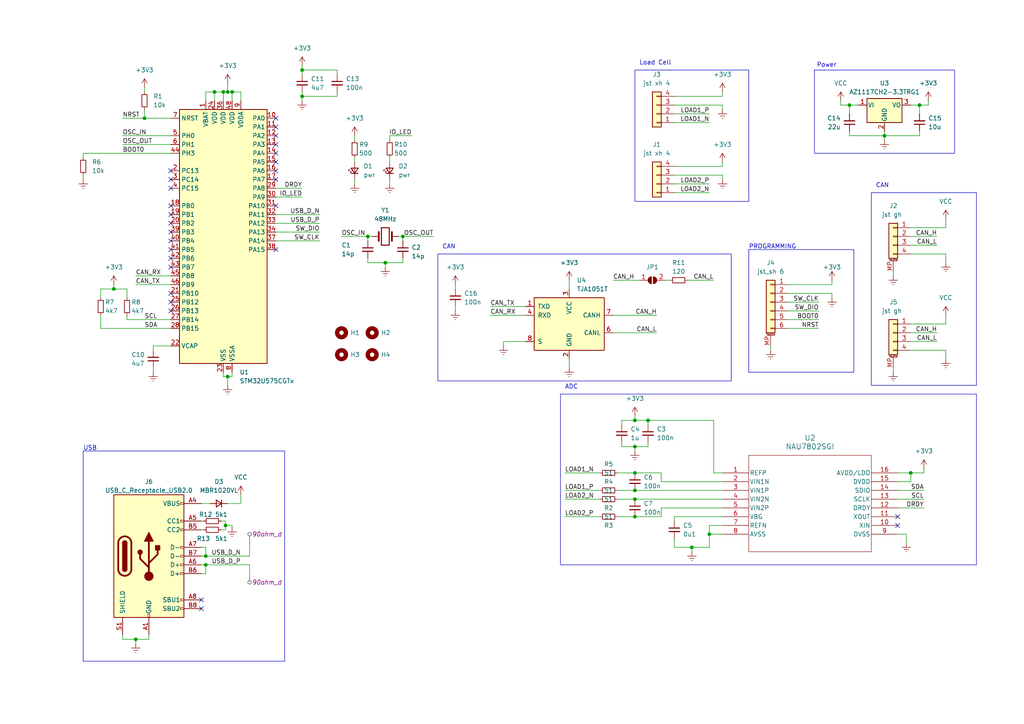
<source format=kicad_sch>
(kicad_sch (version 20230121) (generator eeschema)
  (paper "A4")
  (lib_symbols
    (symbol "+3V3_11" (power) (pin_names (offset 0))
      (property "Value" "+3V3_11" (at 0 3.556 0))
      (symbol "+3V3_11_1_1"
        (pin power_in line (at 0 0 90) (length 0) hide (name "+3V3") (number "1"))
      )
    )
    (symbol "Connector:USB_C_Receptacle_USB2.0" (pin_names (offset 1.016))
      (property "Reference" "J" (at -10.16 19.05 0))
      (property "Value" "USB_C_Receptacle_USB2.0" (at 19.05 19.05 0))
      (symbol "USB_C_Receptacle_USB2.0_1_1"
        (pin passive line (at 0 -22.86 90) (length 5.08) (name "GND") (number "A1"))
        (pin passive line (at 0 -22.86 90) (length 5.08) hide (name "GND") (number "A12"))
        (pin passive line (at 15.24 15.24 180) (length 5.08) (name "VBUS") (number "A4"))
        (pin bidirectional line (at 15.24 10.16 180) (length 5.08) (name "CC1") (number "A5"))
        (pin bidirectional line (at 15.24 -2.54 180) (length 5.08) (name "D+") (number "A6"))
        (pin bidirectional line (at 15.24 2.54 180) (length 5.08) (name "D-") (number "A7"))
        (pin bidirectional line (at 15.24 -12.7 180) (length 5.08) (name "SBU1") (number "A8"))
        (pin passive line (at 15.24 15.24 180) (length 5.08) hide (name "VBUS") (number "A9"))
        (pin passive line (at 0 -22.86 90) (length 5.08) hide (name "GND") (number "B1"))
        (pin passive line (at 0 -22.86 90) (length 5.08) hide (name "GND") (number "B12"))
        (pin passive line (at 15.24 15.24 180) (length 5.08) hide (name "VBUS") (number "B4"))
        (pin bidirectional line (at 15.24 7.62 180) (length 5.08) (name "CC2") (number "B5"))
        (pin bidirectional line (at 15.24 -5.08 180) (length 5.08) (name "D+") (number "B6"))
        (pin bidirectional line (at 15.24 0 180) (length 5.08) (name "D-") (number "B7"))
        (pin bidirectional line (at 15.24 -15.24 180) (length 5.08) (name "SBU2") (number "B8"))
        (pin passive line (at 15.24 15.24 180) (length 5.08) hide (name "VBUS") (number "B9"))
        (pin passive line (at -7.62 -22.86 90) (length 5.08) (name "SHIELD") (number "S1"))
      )
    )
    (symbol "Connector_Generic:Conn_01x04" (pin_names (offset 1.016) hide)
      (property "Reference" "J" (at 0 5.08 0))
      (property "Value" "Conn_01x04" (at 0 -7.62 0))
      (symbol "Conn_01x04_1_1"
        (pin passive line (at -5.08 2.54 0) (length 3.81) (name "Pin_1") (number "1"))
        (pin passive line (at -5.08 0 0) (length 3.81) (name "Pin_2") (number "2"))
        (pin passive line (at -5.08 -2.54 0) (length 3.81) (name "Pin_3") (number "3"))
        (pin passive line (at -5.08 -5.08 0) (length 3.81) (name "Pin_4") (number "4"))
      )
    )
    (symbol "Connector_Generic_MountingPin:Conn_01x04_MountingPin" (pin_names (offset 1.016) hide)
      (property "Reference" "J" (at 0 5.08 0))
      (property "Value" "Conn_01x04_MountingPin" (at 1.27 -7.62 0))
      (symbol "Conn_01x04_MountingPin_1_1"
        (text "Mounting" (at 0 -6.731 0) (effects (font (size 0.381 0.381))))
        (pin passive line (at -5.08 2.54 0) (length 3.81) (name "Pin_1") (number "1"))
        (pin passive line (at -5.08 0 0) (length 3.81) (name "Pin_2") (number "2"))
        (pin passive line (at -5.08 -2.54 0) (length 3.81) (name "Pin_3") (number "3"))
        (pin passive line (at -5.08 -5.08 0) (length 3.81) (name "Pin_4") (number "4"))
        (pin passive line (at 0 -10.16 90) (length 3.048) (name "MountPin") (number "MP"))
      )
    )
    (symbol "Connector_Generic_MountingPin:Conn_01x06_MountingPin" (pin_names (offset 1.016) hide)
      (property "Reference" "J" (at 0 7.62 0))
      (property "Value" "Conn_01x06_MountingPin" (at 1.27 -10.16 0))
      (symbol "Conn_01x06_MountingPin_1_1"
        (text "Mounting" (at 0 -9.271 0) (effects (font (size 0.381 0.381))))
        (pin passive line (at -5.08 5.08 0) (length 3.81) (name "Pin_1") (number "1"))
        (pin passive line (at -5.08 2.54 0) (length 3.81) (name "Pin_2") (number "2"))
        (pin passive line (at -5.08 0 0) (length 3.81) (name "Pin_3") (number "3"))
        (pin passive line (at -5.08 -2.54 0) (length 3.81) (name "Pin_4") (number "4"))
        (pin passive line (at -5.08 -5.08 0) (length 3.81) (name "Pin_5") (number "5"))
        (pin passive line (at -5.08 -7.62 0) (length 3.81) (name "Pin_6") (number "6"))
        (pin passive line (at 0 -12.7 90) (length 3.048) (name "MountPin") (number "MP"))
      )
    )
    (symbol "Device:C_Small" (pin_numbers hide) (pin_names (offset 0.254) hide)
      (property "Reference" "C" (at 0.254 1.778 0))
      (property "Value" "C_Small" (at 0.254 -2.032 0))
      (symbol "C_Small_1_1"
        (pin passive line (at 0 2.54 270) (length 2.032) (name "~") (number "1"))
        (pin passive line (at 0 -2.54 90) (length 2.032) (name "~") (number "2"))
      )
    )
    (symbol "Device:Crystal" (pin_numbers hide) (pin_names (offset 1.016) hide)
      (property "Reference" "Y" (at 0 3.81 0))
      (property "Value" "Crystal" (at 0 -3.81 0))
      (symbol "Crystal_1_1"
        (pin passive line (at -3.81 0 0) (length 1.27) (name "1") (number "1"))
        (pin passive line (at 3.81 0 180) (length 1.27) (name "2") (number "2"))
      )
    )
    (symbol "Device:D_Small" (pin_numbers hide) (pin_names (offset 0.254) hide)
      (property "Reference" "D" (at -1.27 2.032 0))
      (property "Value" "D_Small" (at -3.81 -2.032 0))
      (symbol "D_Small_1_1"
        (pin passive line (at -2.54 0 0) (length 1.778) (name "K") (number "1"))
        (pin passive line (at 2.54 0 180) (length 1.778) (name "A") (number "2"))
      )
    )
    (symbol "Device:LED_Small" (pin_numbers hide) (pin_names (offset 0.254) hide)
      (property "Reference" "D" (at -1.27 3.175 0))
      (property "Value" "LED_Small" (at -4.445 -2.54 0))
      (symbol "LED_Small_1_1"
        (pin passive line (at -2.54 0 0) (length 1.778) (name "K") (number "1"))
        (pin passive line (at 2.54 0 180) (length 1.778) (name "A") (number "2"))
      )
    )
    (symbol "Device:R_Small" (pin_numbers hide) (pin_names (offset 0.254) hide)
      (property "Reference" "R" (at 0.762 0.508 0))
      (property "Value" "R_Small" (at 0.762 -1.016 0))
      (symbol "R_Small_1_1"
        (pin passive line (at 0 2.54 270) (length 0.762) (name "~") (number "1"))
        (pin passive line (at 0 -2.54 90) (length 0.762) (name "~") (number "2"))
      )
    )
    (symbol "Earth_11" (power) (pin_names (offset 0))
      (symbol "Earth_11_1_1"
        (pin power_in line (at 0 0 270) (length 0) hide (name "Earth") (number "1"))
      )
    )
    (symbol "Earth_12" (power) (pin_names (offset 0))
      (symbol "Earth_12_1_1"
        (pin power_in line (at 0 0 270) (length 0) hide (name "Earth") (number "1"))
      )
    )
    (symbol "Earth_14" (power) (pin_names (offset 0))
      (symbol "Earth_14_1_1"
        (pin power_in line (at 0 0 270) (length 0) hide (name "Earth") (number "1"))
      )
    )
    (symbol "Earth_18" (power) (pin_names (offset 0))
      (symbol "Earth_18_1_1"
        (pin power_in line (at 0 0 270) (length 0) hide (name "Earth") (number "1"))
      )
    )
    (symbol "Earth_21" (power) (pin_names (offset 0))
      (symbol "Earth_21_1_1"
        (pin power_in line (at 0 0 270) (length 0) hide (name "Earth") (number "1"))
      )
    )
    (symbol "Earth_24" (power) (pin_names (offset 0))
      (symbol "Earth_24_1_1"
        (pin power_in line (at 0 0 270) (length 0) hide (name "Earth") (number "1"))
      )
    )
    (symbol "Interface_CAN_LIN:TJA1051T" (pin_names (offset 1.016))
      (property "Reference" "U" (at -10.16 8.89 0))
      (property "Value" "TJA1051T" (at 1.27 8.89 0))
      (symbol "TJA1051T_1_1"
        (pin input line (at -12.7 5.08 0) (length 2.54) (name "TXD") (number "1"))
        (pin power_in line (at 0 -10.16 90) (length 2.54) (name "GND") (number "2"))
        (pin power_in line (at 0 10.16 270) (length 2.54) (name "VCC") (number "3"))
        (pin output line (at -12.7 2.54 0) (length 2.54) (name "RXD") (number "4"))
        (pin no_connect line (at -10.16 -2.54 0) (length 2.54) hide (name "NC") (number "5"))
        (pin bidirectional line (at 12.7 -2.54 180) (length 2.54) (name "CANL") (number "6"))
        (pin bidirectional line (at 12.7 2.54 180) (length 2.54) (name "CANH") (number "7"))
        (pin input line (at -12.7 -5.08 0) (length 2.54) (name "S") (number "8"))
      )
    )
    (symbol "Jumper:SolderJumper_2_Open" (pin_names (offset 0) hide)
      (property "Reference" "JP" (at 0 2.032 0))
      (property "Value" "SolderJumper_2_Open" (at 0 -2.54 0))
      (symbol "SolderJumper_2_Open_1_1"
        (pin passive line (at -3.81 0 0) (length 2.54) (name "A") (number "1"))
        (pin passive line (at 3.81 0 180) (length 2.54) (name "B") (number "2"))
      )
    )
    (symbol "MCU_ST_STM32U5:STM32U575CGTx"
      (property "Reference" "U" (at -12.7 39.37 0))
      (property "Value" "STM32U575CGTx" (at 7.62 39.37 0))
      (symbol "STM32U575CGTx_1_1"
        (pin power_in line (at -5.08 40.64 270) (length 2.54) (name "VBAT") (number "1"))
        (pin bidirectional line (at 15.24 35.56 180) (length 2.54) (name "PA0") (number "10"))
        (pin bidirectional line (at 15.24 33.02 180) (length 2.54) (name "PA1") (number "11"))
        (pin bidirectional line (at 15.24 30.48 180) (length 2.54) (name "PA2") (number "12"))
        (pin bidirectional line (at 15.24 27.94 180) (length 2.54) (name "PA3") (number "13"))
        (pin bidirectional line (at 15.24 25.4 180) (length 2.54) (name "PA4") (number "14"))
        (pin bidirectional line (at 15.24 22.86 180) (length 2.54) (name "PA5") (number "15"))
        (pin bidirectional line (at 15.24 20.32 180) (length 2.54) (name "PA6") (number "16"))
        (pin bidirectional line (at 15.24 17.78 180) (length 2.54) (name "PA7") (number "17"))
        (pin bidirectional line (at -15.24 10.16 0) (length 2.54) (name "PB0") (number "18"))
        (pin bidirectional line (at -15.24 7.62 0) (length 2.54) (name "PB1") (number "19"))
        (pin bidirectional line (at -15.24 20.32 0) (length 2.54) (name "PC13") (number "2"))
        (pin bidirectional line (at -15.24 5.08 0) (length 2.54) (name "PB2") (number "20"))
        (pin bidirectional line (at -15.24 -15.24 0) (length 2.54) (name "PB10") (number "21"))
        (pin power_out line (at -15.24 -30.48 0) (length 2.54) (name "VCAP") (number "22"))
        (pin power_in line (at 0 -38.1 90) (length 2.54) (name "VSS") (number "23"))
        (pin power_in line (at -2.54 40.64 270) (length 2.54) (name "VDD") (number "24"))
        (pin bidirectional line (at -15.24 -17.78 0) (length 2.54) (name "PB12") (number "25"))
        (pin bidirectional line (at -15.24 -20.32 0) (length 2.54) (name "PB13") (number "26"))
        (pin bidirectional line (at -15.24 -22.86 0) (length 2.54) (name "PB14") (number "27"))
        (pin bidirectional line (at -15.24 -25.4 0) (length 2.54) (name "PB15") (number "28"))
        (pin bidirectional line (at 15.24 15.24 180) (length 2.54) (name "PA8") (number "29"))
        (pin bidirectional line (at -15.24 17.78 0) (length 2.54) (name "PC14") (number "3"))
        (pin bidirectional line (at 15.24 12.7 180) (length 2.54) (name "PA9") (number "30"))
        (pin bidirectional line (at 15.24 10.16 180) (length 2.54) (name "PA10") (number "31"))
        (pin bidirectional line (at 15.24 7.62 180) (length 2.54) (name "PA11") (number "32"))
        (pin bidirectional line (at 15.24 5.08 180) (length 2.54) (name "PA12") (number "33"))
        (pin bidirectional line (at 15.24 2.54 180) (length 2.54) (name "PA13") (number "34"))
        (pin passive line (at 0 -38.1 90) (length 2.54) hide (name "VSS") (number "35"))
        (pin power_in line (at 0 40.64 270) (length 2.54) (name "VDD") (number "36"))
        (pin bidirectional line (at 15.24 0 180) (length 2.54) (name "PA14") (number "37"))
        (pin bidirectional line (at 15.24 -2.54 180) (length 2.54) (name "PA15") (number "38"))
        (pin bidirectional line (at -15.24 2.54 0) (length 2.54) (name "PB3") (number "39"))
        (pin bidirectional line (at -15.24 15.24 0) (length 2.54) (name "PC15") (number "4"))
        (pin bidirectional line (at -15.24 0 0) (length 2.54) (name "PB4") (number "40"))
        (pin bidirectional line (at -15.24 -2.54 0) (length 2.54) (name "PB5") (number "41"))
        (pin bidirectional line (at -15.24 -5.08 0) (length 2.54) (name "PB6") (number "42"))
        (pin bidirectional line (at -15.24 -7.62 0) (length 2.54) (name "PB7") (number "43"))
        (pin bidirectional line (at -15.24 25.4 0) (length 2.54) (name "PH3") (number "44"))
        (pin bidirectional line (at -15.24 -10.16 0) (length 2.54) (name "PB8") (number "45"))
        (pin bidirectional line (at -15.24 -12.7 0) (length 2.54) (name "PB9") (number "46"))
        (pin passive line (at 0 -38.1 90) (length 2.54) hide (name "VSS") (number "47"))
        (pin power_in line (at 2.54 40.64 270) (length 2.54) (name "VDD") (number "48"))
        (pin bidirectional line (at -15.24 30.48 0) (length 2.54) (name "PH0") (number "5"))
        (pin bidirectional line (at -15.24 27.94 0) (length 2.54) (name "PH1") (number "6"))
        (pin input line (at -15.24 35.56 0) (length 2.54) (name "NRST") (number "7"))
        (pin power_in line (at 2.54 -38.1 90) (length 2.54) (name "VSSA") (number "8"))
        (pin power_in line (at 5.08 40.64 270) (length 2.54) (name "VDDA") (number "9"))
      )
    )
    (symbol "Mechanical:MountingHole" (pin_names (offset 1.016))
      (property "Reference" "H" (at 0 5.08 0))
      (property "Value" "MountingHole" (at 0 3.175 0))
    )
    (symbol "NAU7802SGI:NAU7802SGI" (pin_names (offset 0.254))
      (property "Reference" "U" (at 25.4 10.16 0))
      (property "Value" "NAU7802SGI" (at 25.4 7.62 0))
      (symbol "NAU7802SGI_0_1"
        (pin unspecified line (at 0 0 0) (length 7.62) (name "REFP") (number "1"))
        (pin unspecified line (at 50.8 -15.24 180) (length 7.62) (name "XIN") (number "10"))
        (pin output line (at 50.8 -12.7 180) (length 7.62) (name "XOUT") (number "11"))
        (pin unspecified line (at 50.8 -10.16 180) (length 7.62) (name "DRDY") (number "12"))
        (pin unspecified line (at 50.8 -7.62 180) (length 7.62) (name "SCLK") (number "13"))
        (pin unspecified line (at 50.8 -5.08 180) (length 7.62) (name "SDIO") (number "14"))
        (pin power_in line (at 50.8 -2.54 180) (length 7.62) (name "DVDD") (number "15"))
        (pin power_in line (at 50.8 0 180) (length 7.62) (name "AVDD/LDO") (number "16"))
        (pin input line (at 0 -2.54 0) (length 7.62) (name "VIN1N") (number "2"))
        (pin input line (at 0 -5.08 0) (length 7.62) (name "VIN1P") (number "3"))
        (pin input line (at 0 -7.62 0) (length 7.62) (name "VIN2N") (number "4"))
        (pin input line (at 0 -10.16 0) (length 7.62) (name "VIN2P") (number "5"))
        (pin unspecified line (at 0 -12.7 0) (length 7.62) (name "VBG") (number "6"))
        (pin unspecified line (at 0 -15.24 0) (length 7.62) (name "REFN") (number "7"))
        (pin power_out line (at 0 -17.78 0) (length 7.62) (name "AVSS") (number "8"))
        (pin power_out line (at 50.8 -17.78 180) (length 7.62) (name "DVSS") (number "9"))
      )
    )
    (symbol "Regulator_Linear:LM2936-3.3" (pin_names (offset 0.254))
      (property "Reference" "U" (at -3.81 3.175 0))
      (property "Value" "LM2936-3.3" (at 0 3.175 0))
      (symbol "LM2936-3.3_1_1"
        (pin power_in line (at -7.62 0 0) (length 2.54) (name "VI") (number "1"))
        (pin power_in line (at 0 -7.62 90) (length 2.54) (name "GND") (number "2"))
        (pin power_out line (at 7.62 0 180) (length 2.54) (name "VO") (number "3"))
      )
    )
    (symbol "power:+3V3" (power) (pin_names (offset 0))
      (property "Value" "+3V3" (at 0 3.556 0))
      (symbol "+3V3_1_1"
        (pin power_in line (at 0 0 90) (length 0) hide (name "+3V3") (number "1"))
      )
    )
    (symbol "power:Earth" (power) (pin_names (offset 0))
      (symbol "Earth_1_1"
        (pin power_in line (at 0 0 270) (length 0) hide (name "Earth") (number "1"))
      )
    )
    (symbol "power:VCC" (power) (pin_names (offset 0))
      (property "Value" "VCC" (at 0 3.81 0))
      (symbol "VCC_1_1"
        (pin power_in line (at 0 0 90) (length 0) hide (name "VCC") (number "1"))
      )
    )
  )
  (junction (at 200.66 158.75))
  (junction (at 39.37 185.42))
  (junction (at 87.63 20.32))
  (junction (at 205.74 154.94))
  (junction (at 66.04 109.22))
  (junction (at 184.15 129.54))
  (junction (at 66.04 26.67))
  (junction (at 67.31 26.67))
  (junction (at 62.23 26.67))
  (junction (at 187.96 121.92))
  (junction (at 87.63 27.94))
  (junction (at 59.69 163.83))
  (junction (at 116.84 68.58))
  (junction (at 64.77 26.67))
  (junction (at 184.15 142.24))
  (junction (at 184.15 144.78))
  (junction (at 256.54 39.37))
  (junction (at 266.7 30.48))
  (junction (at 59.69 161.29))
  (junction (at 264.16 137.16))
  (junction (at 246.38 30.48))
  (junction (at 106.68 68.58))
  (junction (at 111.76 76.2))
  (junction (at 184.15 149.86))
  (junction (at 184.15 137.16))
  (junction (at 33.02 83.82))
  (junction (at 184.15 121.92))
  (junction (at 65.405 152.4))
  (junction (at 41.91 34.29))
  (no_connect (at 58.42 176.53))
  (no_connect (at 80.01 72.39))
  (no_connect (at 260.35 149.86))
  (no_connect (at 49.53 54.61))
  (no_connect (at 49.53 59.69))
  (no_connect (at 49.53 74.93))
  (no_connect (at 49.53 64.77))
  (no_connect (at 80.01 34.29))
  (no_connect (at 49.53 90.17))
  (no_connect (at 49.53 77.47))
  (no_connect (at 49.53 67.31))
  (no_connect (at 80.01 59.69))
  (no_connect (at 260.35 152.4))
  (no_connect (at 49.53 87.63))
  (no_connect (at 80.01 36.83))
  (no_connect (at 49.53 69.85))
  (no_connect (at 80.01 52.07))
  (no_connect (at 80.01 41.91))
  (no_connect (at 58.42 173.99))
  (no_connect (at 80.01 46.99))
  (no_connect (at 49.53 72.39))
  (no_connect (at 80.01 39.37))
  (no_connect (at 80.01 49.53))
  (no_connect (at 49.53 62.23))
  (no_connect (at 49.53 85.09))
  (no_connect (at 49.53 49.53))
  (no_connect (at 49.53 52.07))
  (no_connect (at 80.01 44.45))
  (wire (pts (xy 41.91 25.4) (xy 41.91 26.67)))
  (wire (pts (xy 87.63 19.05) (xy 87.63 20.32)))
  (wire (pts (xy 195.58 35.56) (xy 205.74 35.56)))
  (wire (pts (xy 58.42 163.83) (xy 59.69 163.83)))
  (wire (pts (xy 165.1 81.28) (xy 165.1 83.82)))
  (wire (pts (xy 163.83 137.16) (xy 173.99 137.16)))
  (wire (pts (xy 64.77 26.67) (xy 62.23 26.67)))
  (wire (pts (xy 66.04 109.22) (xy 67.31 109.22)))
  (wire (pts (xy 267.97 137.16) (xy 264.16 137.16)))
  (wire (pts (xy 165.1 104.14) (xy 165.1 106.68)))
  (wire (pts (xy 193.04 81.28) (xy 194.31 81.28)))
  (wire (pts (xy 66.04 109.22) (xy 66.04 111.76)))
  (wire (pts (xy 264.16 73.66) (xy 274.32 73.66)))
  (wire (pts (xy 177.8 81.28) (xy 185.42 81.28)))
  (wire (pts (xy 177.8 96.52) (xy 190.5 96.52)))
  (wire (pts (xy 39.37 80.01) (xy 49.53 80.01)))
  (wire (pts (xy 142.24 88.9) (xy 152.4 88.9)))
  (wire (pts (xy 209.55 137.16) (xy 207.01 137.16)))
  (wire (pts (xy 163.83 149.86) (xy 173.99 149.86)))
  (wire (pts (xy 256.54 39.37) (xy 266.7 39.37)))
  (wire (pts (xy 266.7 39.37) (xy 266.7 38.1)))
  (wire (pts (xy 246.38 30.48) (xy 243.84 30.48)))
  (wire (pts (xy 113.03 39.37) (xy 113.03 40.64)))
  (wire (pts (xy 39.37 82.55) (xy 49.53 82.55)))
  (wire (pts (xy 209.55 50.8) (xy 209.55 52.07)))
  (wire (pts (xy 80.01 64.77) (xy 92.71 64.77)))
  (wire (pts (xy 58.42 166.37) (xy 59.69 166.37)))
  (wire (pts (xy 256.54 39.37) (xy 256.54 40.64)))
  (wire (pts (xy 65.405 152.4) (xy 67.31 152.4)))
  (wire (pts (xy 184.15 120.65) (xy 184.15 121.92)))
  (wire (pts (xy 24.13 44.45) (xy 24.13 45.72)))
  (wire (pts (xy 260.35 139.7) (xy 264.16 139.7)))
  (wire (pts (xy 195.58 156.21) (xy 195.58 158.75)))
  (wire (pts (xy 64.135 153.67) (xy 65.405 153.67)))
  (wire (pts (xy 191.77 139.7) (xy 191.77 137.16)))
  (wire (pts (xy 132.08 82.55) (xy 132.08 83.82)))
  (wire (pts (xy 87.63 54.61) (xy 80.01 54.61)))
  (wire (pts (xy 116.84 68.58) (xy 125.73 68.58)))
  (wire (pts (xy 142.24 91.44) (xy 152.4 91.44)))
  (wire (pts (xy 195.58 55.88) (xy 205.74 55.88)))
  (wire (pts (xy 241.3 81.28) (xy 241.3 82.55)))
  (wire (pts (xy 39.37 185.42) (xy 39.37 186.69)))
  (wire (pts (xy 59.69 29.21) (xy 59.69 26.67)))
  (wire (pts (xy 69.85 146.05) (xy 69.85 143.51)))
  (wire (pts (xy 152.4 99.06) (xy 146.05 99.06)))
  (wire (pts (xy 102.87 39.37) (xy 102.87 40.64)))
  (wire (pts (xy 228.6 82.55) (xy 241.3 82.55)))
  (wire (pts (xy 163.83 142.24) (xy 173.99 142.24)))
  (wire (pts (xy 80.01 57.15) (xy 87.63 57.15)))
  (wire (pts (xy 260.35 154.94) (xy 262.89 154.94)))
  (wire (pts (xy 180.34 129.54) (xy 184.15 129.54)))
  (wire (pts (xy 248.92 30.48) (xy 246.38 30.48)))
  (wire (pts (xy 116.84 76.2) (xy 116.84 74.93)))
  (wire (pts (xy 195.58 48.26) (xy 209.55 48.26)))
  (wire (pts (xy 72.39 157.48) (xy 72.39 161.29)))
  (wire (pts (xy 228.6 90.17) (xy 237.49 90.17)))
  (wire (pts (xy 59.69 166.37) (xy 59.69 163.83)))
  (wire (pts (xy 184.15 144.78) (xy 209.55 144.78)))
  (wire (pts (xy 179.07 142.24) (xy 184.15 142.24)))
  (polyline (pts (xy 217.17 72.39) (xy 247.65 72.39)))
  (wire (pts (xy 199.39 81.28) (xy 207.01 81.28)))
  (wire (pts (xy 59.69 161.29) (xy 72.39 161.29)))
  (wire (pts (xy 264.16 71.12) (xy 271.78 71.12)))
  (polyline (pts (xy 247.65 107.95) (xy 217.17 107.95)))
  (wire (pts (xy 35.56 184.15) (xy 35.56 185.42)))
  (wire (pts (xy 187.96 129.54) (xy 187.96 128.27)))
  (wire (pts (xy 66.04 26.67) (xy 64.77 26.67)))
  (wire (pts (xy 264.16 30.48) (xy 266.7 30.48)))
  (wire (pts (xy 195.58 33.02) (xy 205.74 33.02)))
  (wire (pts (xy 69.85 29.21) (xy 69.85 26.67)))
  (wire (pts (xy 87.63 20.32) (xy 87.63 21.59)))
  (wire (pts (xy 184.15 149.86) (xy 191.77 149.86)))
  (wire (pts (xy 41.91 34.29) (xy 49.53 34.29)))
  (wire (pts (xy 195.58 53.34) (xy 205.74 53.34)))
  (wire (pts (xy 113.03 45.72) (xy 113.03 46.99)))
  (wire (pts (xy 228.6 85.09) (xy 241.3 85.09)))
  (wire (pts (xy 177.8 91.44) (xy 190.5 91.44)))
  (wire (pts (xy 62.23 26.67) (xy 62.23 29.21)))
  (wire (pts (xy 260.35 144.78) (xy 267.97 144.78)))
  (wire (pts (xy 228.6 92.71) (xy 237.49 92.71)))
  (wire (pts (xy 191.77 149.86) (xy 191.77 147.32)))
  (wire (pts (xy 29.21 83.82) (xy 33.02 83.82)))
  (wire (pts (xy 87.63 27.94) (xy 87.63 29.21)))
  (wire (pts (xy 58.42 146.05) (xy 60.96 146.05)))
  (wire (pts (xy 115.57 68.58) (xy 116.84 68.58)))
  (wire (pts (xy 41.91 31.75) (xy 41.91 34.29)))
  (wire (pts (xy 59.69 26.67) (xy 62.23 26.67)))
  (wire (pts (xy 179.07 149.86) (xy 184.15 149.86)))
  (polyline (pts (xy 247.65 72.39) (xy 247.65 107.95)))
  (wire (pts (xy 69.85 26.67) (xy 67.31 26.67)))
  (wire (pts (xy 184.15 129.54) (xy 187.96 129.54)))
  (wire (pts (xy 35.56 39.37) (xy 49.53 39.37)))
  (wire (pts (xy 67.31 26.67) (xy 67.31 29.21)))
  (wire (pts (xy 59.69 161.29) (xy 59.69 158.75)))
  (wire (pts (xy 163.83 144.78) (xy 173.99 144.78)))
  (wire (pts (xy 180.34 121.92) (xy 184.15 121.92)))
  (wire (pts (xy 184.15 142.24) (xy 209.55 142.24)))
  (wire (pts (xy 256.54 38.1) (xy 256.54 39.37)))
  (wire (pts (xy 132.08 90.17) (xy 132.08 88.9)))
  (wire (pts (xy 267.97 135.89) (xy 267.97 137.16)))
  (wire (pts (xy 66.04 146.05) (xy 69.85 146.05)))
  (wire (pts (xy 64.77 107.95) (xy 64.77 109.22)))
  (wire (pts (xy 80.01 62.23) (xy 92.71 62.23)))
  (wire (pts (xy 205.74 154.94) (xy 209.55 154.94)))
  (wire (pts (xy 264.16 96.52) (xy 271.78 96.52)))
  (wire (pts (xy 195.58 30.48) (xy 209.55 30.48)))
  (wire (pts (xy 35.56 41.91) (xy 49.53 41.91)))
  (wire (pts (xy 113.03 52.07) (xy 113.03 53.34)))
  (wire (pts (xy 259.08 106.68) (xy 259.08 107.95)))
  (wire (pts (xy 97.79 20.32) (xy 87.63 20.32)))
  (wire (pts (xy 195.58 149.86) (xy 209.55 149.86)))
  (wire (pts (xy 191.77 147.32) (xy 209.55 147.32)))
  (wire (pts (xy 113.03 39.37) (xy 119.38 39.37)))
  (wire (pts (xy 223.52 100.33) (xy 223.52 101.6)))
  (wire (pts (xy 260.35 137.16) (xy 264.16 137.16)))
  (wire (pts (xy 116.84 69.85) (xy 116.84 68.58)))
  (wire (pts (xy 35.56 34.29) (xy 41.91 34.29)))
  (wire (pts (xy 33.02 83.82) (xy 33.02 82.55)))
  (wire (pts (xy 264.16 68.58) (xy 271.78 68.58)))
  (wire (pts (xy 180.34 128.27) (xy 180.34 129.54)))
  (wire (pts (xy 184.15 121.92) (xy 187.96 121.92)))
  (wire (pts (xy 87.63 27.94) (xy 97.79 27.94)))
  (wire (pts (xy 209.55 152.4) (xy 205.74 152.4)))
  (wire (pts (xy 65.405 153.67) (xy 65.405 152.4)))
  (wire (pts (xy 24.13 50.8) (xy 24.13 52.07)))
  (wire (pts (xy 106.68 69.85) (xy 106.68 68.58)))
  (wire (pts (xy 67.31 107.95) (xy 67.31 109.22)))
  (wire (pts (xy 191.77 137.16) (xy 184.15 137.16)))
  (wire (pts (xy 29.21 83.82) (xy 29.21 86.36)))
  (wire (pts (xy 200.66 158.75) (xy 205.74 158.75)))
  (wire (pts (xy 87.63 26.67) (xy 87.63 27.94)))
  (wire (pts (xy 246.38 30.48) (xy 246.38 33.02)))
  (wire (pts (xy 59.69 163.83) (xy 72.39 163.83)))
  (polyline (pts (xy 217.17 72.39) (xy 217.17 107.95)))
  (wire (pts (xy 180.34 123.19) (xy 180.34 121.92)))
  (wire (pts (xy 243.84 30.48) (xy 243.84 29.21)))
  (wire (pts (xy 259.08 78.74) (xy 259.08 80.01)))
  (wire (pts (xy 187.96 121.92) (xy 187.96 123.19)))
  (wire (pts (xy 274.32 66.04) (xy 274.32 63.5)))
  (polyline (pts (xy 24.13 130.81) (xy 24.13 191.77)))
  (wire (pts (xy 260.35 147.32) (xy 267.97 147.32)))
  (wire (pts (xy 64.77 109.22) (xy 66.04 109.22)))
  (wire (pts (xy 102.87 52.07) (xy 102.87 53.34)))
  (wire (pts (xy 179.07 137.16) (xy 184.15 137.16)))
  (wire (pts (xy 195.58 158.75) (xy 200.66 158.75)))
  (wire (pts (xy 59.69 158.75) (xy 58.42 158.75)))
  (wire (pts (xy 264.16 101.6) (xy 274.32 101.6)))
  (wire (pts (xy 44.45 106.68) (xy 44.45 107.95)))
  (wire (pts (xy 65.405 152.4) (xy 65.405 151.13)))
  (wire (pts (xy 67.31 153.035) (xy 67.31 152.4)))
  (wire (pts (xy 191.77 139.7) (xy 209.55 139.7)))
  (wire (pts (xy 264.16 66.04) (xy 274.32 66.04)))
  (wire (pts (xy 274.32 73.66) (xy 274.32 76.2)))
  (wire (pts (xy 72.39 166.37) (xy 72.39 163.83)))
  (wire (pts (xy 106.68 68.58) (xy 107.95 68.58)))
  (wire (pts (xy 184.15 129.54) (xy 184.15 130.81)))
  (wire (pts (xy 264.16 93.98) (xy 274.32 93.98)))
  (wire (pts (xy 67.31 26.67) (xy 66.04 26.67)))
  (wire (pts (xy 264.16 137.16) (xy 264.16 139.7)))
  (wire (pts (xy 209.55 30.48) (xy 209.55 31.75)))
  (wire (pts (xy 266.7 30.48) (xy 266.7 33.02)))
  (wire (pts (xy 246.38 39.37) (xy 256.54 39.37)))
  (polyline (pts (xy 82.55 191.77) (xy 82.55 130.81)))
  (wire (pts (xy 66.04 24.13) (xy 66.04 26.67)))
  (wire (pts (xy 269.24 30.48) (xy 269.24 29.21)))
  (wire (pts (xy 228.6 95.25) (xy 237.49 95.25)))
  (wire (pts (xy 39.37 185.42) (xy 43.18 185.42)))
  (wire (pts (xy 187.96 121.92) (xy 207.01 121.92)))
  (wire (pts (xy 58.42 153.67) (xy 59.055 153.67)))
  (wire (pts (xy 241.3 85.09) (xy 241.3 86.36)))
  (wire (pts (xy 195.58 151.13) (xy 195.58 149.86)))
  (wire (pts (xy 262.89 154.94) (xy 262.89 157.48)))
  (wire (pts (xy 111.76 76.2) (xy 116.84 76.2)))
  (wire (pts (xy 35.56 185.42) (xy 39.37 185.42)))
  (wire (pts (xy 64.77 26.67) (xy 64.77 29.21)))
  (wire (pts (xy 209.55 46.99) (xy 209.55 48.26)))
  (wire (pts (xy 266.7 30.48) (xy 269.24 30.48)))
  (wire (pts (xy 80.01 69.85) (xy 92.71 69.85)))
  (wire (pts (xy 106.68 76.2) (xy 111.76 76.2)))
  (wire (pts (xy 43.18 184.15) (xy 43.18 185.42)))
  (polyline (pts (xy 24.13 191.77) (xy 82.55 191.77)))
  (wire (pts (xy 111.76 76.2) (xy 111.76 77.47)))
  (wire (pts (xy 44.45 100.33) (xy 44.45 101.6)))
  (wire (pts (xy 58.42 151.13) (xy 59.055 151.13)))
  (wire (pts (xy 36.83 91.44) (xy 36.83 92.71)))
  (wire (pts (xy 207.01 137.16) (xy 207.01 121.92)))
  (wire (pts (xy 36.83 83.82) (xy 36.83 86.36)))
  (polyline (pts (xy 24.13 130.81) (xy 82.55 130.81)))
  (wire (pts (xy 97.79 20.32) (xy 97.79 21.59)))
  (wire (pts (xy 29.21 91.44) (xy 29.21 95.25)))
  (wire (pts (xy 195.58 27.94) (xy 209.55 27.94)))
  (wire (pts (xy 58.42 161.29) (xy 59.69 161.29)))
  (wire (pts (xy 274.32 101.6) (xy 274.32 104.14)))
  (wire (pts (xy 80.01 67.31) (xy 92.71 67.31)))
  (wire (pts (xy 274.32 93.98) (xy 274.32 91.44)))
  (wire (pts (xy 228.6 87.63) (xy 237.49 87.63)))
  (wire (pts (xy 49.53 100.33) (xy 44.45 100.33)))
  (wire (pts (xy 205.74 152.4) (xy 205.74 154.94)))
  (wire (pts (xy 102.87 45.72) (xy 102.87 46.99)))
  (wire (pts (xy 97.79 26.67) (xy 97.79 27.94)))
  (wire (pts (xy 260.35 142.24) (xy 267.97 142.24)))
  (wire (pts (xy 264.16 99.06) (xy 271.78 99.06)))
  (wire (pts (xy 36.83 92.71) (xy 49.53 92.71)))
  (wire (pts (xy 64.135 151.13) (xy 65.405 151.13)))
  (wire (pts (xy 195.58 50.8) (xy 209.55 50.8)))
  (wire (pts (xy 209.55 26.67) (xy 209.55 27.94)))
  (wire (pts (xy 99.06 68.58) (xy 106.68 68.58)))
  (wire (pts (xy 179.07 144.78) (xy 184.15 144.78)))
  (wire (pts (xy 24.13 44.45) (xy 49.53 44.45)))
  (wire (pts (xy 246.38 38.1) (xy 246.38 39.37)))
  (wire (pts (xy 33.02 83.82) (xy 36.83 83.82)))
  (wire (pts (xy 205.74 154.94) (xy 205.74 158.75)))
  (wire (pts (xy 29.21 95.25) (xy 49.53 95.25)))
  (wire (pts (xy 106.68 74.93) (xy 106.68 76.2)))
  (wire (pts (xy 200.66 158.75) (xy 200.66 160.02)))
  (wire (pts (xy 146.05 99.06) (xy 146.05 100.33)))
  (rectangle (start 162.56 114.3) (end 283.21 163.83))
  (rectangle (start 236.22 20.32) (end 276.86 44.45))
  (rectangle (start 252.73 55.88) (end 283.21 111.76))
  (rectangle (start 127 73.66) (end 212.09 110.49))
  (rectangle (start 184.15 20.32) (end 217.17 58.42))
  (text "Power" (at 236.855 19.685 0) (effects (font (size 1.27 1.27)) (justify left bottom)))
  (text "CAN" (at 254 54.61 0) (effects (font (size 1.27 1.27)) (justify left bottom)))
  (text "USB" (at 24.13 130.81 0) (effects (font (size 1.27 1.27)) (justify left bottom)))
  (text "PROGRAMMING" (at 217.17 72.39 0) (effects (font (size 1.27 1.27)) (justify left bottom)))
  (text "ADC" (at 163.83 113.03 0) (effects (font (size 1.27 1.27)) (justify left bottom)))
  (text "Load Cell" (at 185.42 19.05 0) (effects (font (size 1.27 1.27)) (justify left bottom)))
  (text "CAN" (at 128.27 72.39 0) (effects (font (size 1.27 1.27)) (justify left bottom)))
  (label "OSC_IN" (at 35.56 39.37 0))
  (label "CAN_L" (at 271.78 71.12 180))
  (label "IO_LED" (at 119.38 39.37 180))
  (label "LOAD2_P" (at 205.74 53.34 180))
  (label "CAN_H" (at 190.5 91.44 180))
  (label "USB_D_P" (at 69.85 163.83 180))
  (label "CAN_TX" (at 142.24 88.9 0))
  (label "LOAD1_N" (at 205.74 35.56 180))
  (label "LOAD2_N" (at 163.83 144.78 0))
  (label "DRDY" (at 87.63 54.61 180))
  (label "CAN_TX" (at 39.37 82.55 0))
  (label "BOOT0" (at 237.49 92.71 180))
  (label "CAN_L" (at 207.01 81.28 180))
  (label "SDA" (at 41.91 95.25 0))
  (label "CAN_H" (at 271.78 68.58 180))
  (label "DRDY" (at 267.97 147.32 180))
  (label "LOAD1_P" (at 163.83 142.24 0))
  (label "SW_CLK" (at 237.49 87.63 180))
  (label "CAN_H" (at 177.8 81.28 0))
  (label "LOAD1_N" (at 163.83 137.16 0))
  (label "USB_D_N" (at 69.85 161.29 180))
  (label "OSC_IN" (at 99.06 68.58 0))
  (label "CAN_RX" (at 142.24 91.44 0))
  (label "LOAD2_N" (at 205.74 55.88 180))
  (label "SDA" (at 267.97 142.24 180))
  (label "OSC_OUT" (at 35.56 41.91 0))
  (label "SW_CLK" (at 92.71 69.85 180))
  (label "IO_LED" (at 87.63 57.15 180))
  (label "SCL" (at 41.91 92.71 0))
  (label "CAN_L" (at 190.5 96.52 180))
  (label "NRST" (at 237.49 95.25 180))
  (label "SCL" (at 267.97 144.78 180))
  (label "BOOT0" (at 35.56 44.45 0))
  (label "LOAD2_P" (at 163.83 149.86 0))
  (label "USB_D_N" (at 92.71 62.23 180))
  (label "USB_D_P" (at 92.71 64.77 180))
  (label "CAN_L" (at 271.78 99.06 180))
  (label "SW_DIO" (at 92.71 67.31 180))
  (label "OSC_OUT" (at 125.73 68.58 180))
  (label "CAN_RX" (at 39.37 80.01 0))
  (label "LOAD1_P" (at 205.74 33.02 180))
  (label "NRST" (at 35.56 34.29 0))
  (label "CAN_H" (at 271.78 96.52 180))
  (label "SW_DIO" (at 237.49 90.17 180))
  (netclass_flag "" (length 2.54) (shape round) (at 72.39 157.48 0) (property "Netclass" "90ohm_d" (at 73.0885 154.94 0) (effects (font italic) (justify left))))
  (netclass_flag "" (length 2.54) (shape round) (at 72.39 166.37 180) (property "Netclass" "90ohm_d" (at 73.0885 168.91 0) (effects (font italic) (justify left))))
  (symbol (lib_id "Device:C_Small") (at 44.45 104.14 180) (unit 1)
    (property "Reference" "C10" (at 38.1 102.87 0) (effects (justify right)))
    (property "Value" "4u7" (at 38.1 105.41 0) (effects (justify right)))
    (property "Footprint" "Capacitor_SMD:C_0603_1608Metric_Pad1.08x0.95mm_HandSolder" (effects hide))
  )
  (symbol (lib_id "Regulator_Linear:LM2936-3.3") (at 256.54 30.48 0) (unit 1)
    (property "Reference" "U3" (at 256.54 24.13 0))
    (property "Value" "AZ1117CH2-3.3TRG1" (at 256.54 26.67 0))
    (property "Footprint" "Package_TO_SOT_SMD:SOT-223-3_TabPin2" (effects hide))
    (property "Datasheet" "http://www.ti.com/lit/ds/symlink/lm2936.pdf" (effects hide))
  )
  (symbol (lib_id "Device:C_Small") (at 106.68 72.39 0) (unit 1)
    (property "Reference" "C1" (at 99.06 71.12 0) (effects (justify left)))
    (property "Value" "14p" (at 99.06 73.66 0) (effects (justify left)))
    (property "Footprint" "Capacitor_SMD:C_0603_1608Metric_Pad1.08x0.95mm_HandSolder" (effects hide))
  )
  (symbol (lib_name "Earth_11") (lib_id "power:Earth") (at 39.37 186.69 0) (unit 1)
    (property "Reference" "#PWR022" (effects hide))
    (property "Value" "Earth" (effects hide))
  )
  (symbol (lib_id "power:VCC") (at 243.84 29.21 0) (unit 1)
    (property "Reference" "#PWR032" (effects hide))
    (property "Value" "VCC" (at 243.84 24.13 0))
  )
  (symbol (lib_id "Device:R_Small") (at 61.595 151.13 90) (unit 1)
    (property "Reference" "R12" (at 61.595 149.225 90) (effects (justify left)))
    (property "Value" "5k1" (at 66.04 149.225 90) (effects (justify left)))
    (property "Footprint" "Resistor_SMD:R_0603_1608Metric" (effects hide))
  )
  (symbol (lib_id "power:Earth") (at 102.87 53.34 0) (unit 1)
    (property "Reference" "#PWR025" (effects hide))
    (property "Value" "Earth" (effects hide))
  )
  (symbol (lib_id "NAU7802SGI:NAU7802SGI") (at 209.55 137.16 0) (unit 1)
    (property "Reference" "U2" (at 234.95 127 0) (effects (font (size 1.524 1.524))))
    (property "Value" "NAU7802SGI" (at 234.95 129.54 0) (effects (font (size 1.524 1.524))))
    (property "Footprint" "NAU7802SGI:SOI16_NAU7802SGI_NUV" (effects hide))
    (property "Datasheet" "NAU7802SGI" (effects hide))
  )
  (symbol (lib_id "Device:R_Small") (at 61.595 153.67 90) (mirror x) (unit 1)
    (property "Reference" "R13" (at 60.96 156.21 90) (effects (justify left)))
    (property "Value" "5k1" (at 66.04 156.21 90) (effects (justify left)))
    (property "Footprint" "Resistor_SMD:R_0603_1608Metric" (effects hide))
  )
  (symbol (lib_id "Mechanical:MountingHole") (at 99.06 102.87 0) (unit 1)
    (property "Reference" "H3" (at 101.6 102.87 0) (effects (justify left)))
    (property "Value" "MountingHole" (effects hide))
    (property "Footprint" "MountingHole:MountingHole_3.2mm_M3_ISO7380" (effects hide))
  )
  (symbol (lib_id "power:+3V3") (at 41.91 25.4 0) (unit 1)
    (property "Reference" "#PWR015" (effects hide))
    (property "Value" "+3V3" (at 41.91 20.32 0))
  )
  (symbol (lib_id "power:+3V3") (at 209.55 26.67 0) (unit 1)
    (property "Reference" "#PWR05" (effects hide))
    (property "Value" "+3V3" (at 209.55 21.59 0))
  )
  (symbol (lib_id "Connector_Generic:Conn_01x04") (at 190.5 53.34 180) (unit 1)
    (property "Reference" "J1" (at 190.5 41.91 0))
    (property "Value" "jst xh 4" (at 190.5 44.45 0))
    (property "Footprint" "Connector_JST:JST_XH_B4B-XH-A_1x04_P2.50mm_Vertical" (effects hide))
  )
  (symbol (lib_id "Jumper:SolderJumper_2_Open") (at 189.23 81.28 0) (unit 1)
    (property "Reference" "JP1" (at 189.23 77.47 0))
    (property "Value" "SolderJumper_2_Open" (effects hide))
    (property "Footprint" "Jumper:SolderJumper-2_P1.3mm_Open_TrianglePad1.0x1.5mm" (effects hide))
  )
  (symbol (lib_id "power:Earth") (at 200.66 160.02 0) (unit 1)
    (property "Reference" "#PWR018" (effects hide))
    (property "Value" "Earth" (effects hide))
  )
  (symbol (lib_id "Device:C_Small") (at 246.38 35.56 0) (mirror x) (unit 1)
    (property "Reference" "C14" (at 243.84 34.2836 0) (effects (justify right)))
    (property "Value" "22u" (at 243.84 36.8236 0) (effects (justify right)))
    (property "Footprint" "Capacitor_SMD:C_0603_1608Metric_Pad1.08x0.95mm_HandSolder" (effects hide))
  )
  (symbol (lib_id "Device:LED_Small") (at 102.87 49.53 90) (unit 1)
    (property "Reference" "D1" (at 105.41 48.1965 90) (effects (justify right)))
    (property "Value" "pwr" (at 105.41 50.7365 90) (effects (justify right)))
    (property "Footprint" "LED_SMD:LED_0805_2012Metric_Pad1.15x1.40mm_HandSolder" (effects hide))
  )
  (symbol (lib_id "power:Earth") (at 146.05 100.33 0) (unit 1)
    (property "Reference" "#PWR037" (effects hide))
    (property "Value" "Earth" (effects hide))
  )
  (symbol (lib_id "Device:D_Small") (at 63.5 146.05 180) (unit 1)
    (property "Reference" "D3" (at 63.5 139.7 0))
    (property "Value" "MBR1020VL" (at 63.5 142.24 0))
    (property "Footprint" "Diode_SMD:D_SOD-323_HandSoldering" (effects hide))
    (property "Sim.Device" "D" (effects hide))
    (property "Sim.Pins" "1=K 2=A" (effects hide))
  )
  (symbol (lib_id "Device:R_Small") (at 196.85 81.28 90) (unit 1)
    (property "Reference" "R11" (at 196.85 76.2 90))
    (property "Value" "120" (at 196.85 78.74 90))
    (property "Footprint" "Resistor_SMD:R_0603_1608Metric_Pad0.98x0.95mm_HandSolder" (effects hide))
  )
  (symbol (lib_id "Device:C_Small") (at 266.7 35.56 180) (unit 1)
    (property "Reference" "C15" (at 269.24 34.2836 0) (effects (justify right)))
    (property "Value" "10u" (at 269.24 36.8236 0) (effects (justify right)))
    (property "Footprint" "Capacitor_SMD:C_0603_1608Metric_Pad1.08x0.95mm_HandSolder" (effects hide))
  )
  (symbol (lib_id "power:+3V3") (at 66.04 24.13 0) (unit 1)
    (property "Reference" "#PWR01" (effects hide))
    (property "Value" "+3V3" (at 66.04 19.05 0))
  )
  (symbol (lib_id "power:+3V3") (at 269.24 29.21 0) (unit 1)
    (property "Reference" "#PWR033" (effects hide))
    (property "Value" "+3V3" (at 269.24 24.13 0))
  )
  (symbol (lib_id "Device:C_Small") (at 184.15 147.32 0) (unit 1)
    (property "Reference" "C7" (at 186.69 146.0563 0) (effects (justify left)))
    (property "Value" "100n" (at 186.69 148.5963 0) (effects (justify left)))
    (property "Footprint" "Capacitor_SMD:C_0603_1608Metric_Pad1.08x0.95mm_HandSolder" (effects hide))
  )
  (symbol (lib_name "Earth_14") (lib_id "power:Earth") (at 241.3 86.36 0) (unit 1)
    (property "Reference" "#PWR013" (effects hide))
    (property "Value" "Earth" (effects hide))
  )
  (symbol (lib_id "power:Earth") (at 113.03 53.34 0) (unit 1)
    (property "Reference" "#PWR027" (effects hide))
    (property "Value" "Earth" (effects hide))
  )
  (symbol (lib_id "power:Earth") (at 274.32 104.14 0) (unit 1)
    (property "Reference" "#PWR031" (effects hide))
    (property "Value" "Earth" (effects hide))
  )
  (symbol (lib_id "Device:C_Small") (at 184.15 139.7 0) (unit 1)
    (property "Reference" "C6" (at 186.69 138.4363 0) (effects (justify left)))
    (property "Value" "100n" (at 186.69 140.9763 0) (effects (justify left)))
    (property "Footprint" "Capacitor_SMD:C_0603_1608Metric_Pad1.08x0.95mm_HandSolder" (effects hide))
  )
  (symbol (lib_id "Device:R_Small") (at 176.53 144.78 270) (unit 1)
    (property "Reference" "R2" (at 176.53 147.32 90))
    (property "Value" "51" (at 176.53 144.78 90))
    (property "Footprint" "Resistor_SMD:R_0603_1608Metric_Pad0.98x0.95mm_HandSolder" (effects hide))
  )
  (symbol (lib_id "power:+3V3") (at 33.02 82.55 0) (unit 1)
    (property "Reference" "#PWR04" (effects hide))
    (property "Value" "+3V3" (at 33.02 77.47 0))
  )
  (symbol (lib_id "power:+3V3") (at 132.08 82.55 0) (unit 1)
    (property "Reference" "#PWR038" (effects hide))
    (property "Value" "+3V3" (at 132.08 77.47 0))
  )
  (symbol (lib_id "power:Earth") (at 24.13 52.07 0) (unit 1)
    (property "Reference" "#PWR023" (effects hide))
    (property "Value" "Earth" (effects hide))
  )
  (symbol (lib_id "Device:R_Small") (at 113.03 43.18 0) (unit 1)
    (property "Reference" "R10" (at 114.3 41.91 0) (effects (justify left)))
    (property "Value" "500" (at 114.3 44.45 0) (effects (justify left)))
    (property "Footprint" "Resistor_SMD:R_0603_1608Metric_Pad0.98x0.95mm_HandSolder" (effects hide))
  )
  (symbol (lib_id "Mechanical:MountingHole") (at 107.95 102.87 0) (unit 1)
    (property "Reference" "H4" (at 110.49 102.87 0) (effects (justify left)))
    (property "Value" "MountingHole" (effects hide))
    (property "Footprint" "MountingHole:MountingHole_3.2mm_M3_ISO7380" (effects hide))
  )
  (symbol (lib_id "power:Earth") (at 256.54 40.64 0) (unit 1)
    (property "Reference" "#PWR034" (effects hide))
    (property "Value" "Earth" (effects hide))
  )
  (symbol (lib_id "power:Earth") (at 259.08 107.95 0) (unit 1)
    (property "Reference" "#PWR029" (effects hide))
    (property "Value" "Earth" (effects hide))
  )
  (symbol (lib_id "Device:C_Small") (at 116.84 72.39 0) (unit 1)
    (property "Reference" "C2" (at 119.38 71.7613 0) (effects (justify left)))
    (property "Value" "14p" (at 119.38 74.3013 0) (effects (justify left)))
    (property "Footprint" "Capacitor_SMD:C_0603_1608Metric_Pad1.08x0.95mm_HandSolder" (effects hide))
  )
  (symbol (lib_name "Earth_21") (lib_id "power:Earth") (at 223.52 101.6 0) (unit 1)
    (property "Reference" "#PWR011" (effects hide))
    (property "Value" "Earth" (effects hide))
  )
  (symbol (lib_id "Device:C_Small") (at 187.96 125.73 0) (unit 1)
    (property "Reference" "C3" (at 190.5 124.4663 0) (effects (justify left)))
    (property "Value" "100n" (at 190.5 127.0063 0) (effects (justify left)))
    (property "Footprint" "Capacitor_SMD:C_0603_1608Metric_Pad1.08x0.95mm_HandSolder" (effects hide))
  )
  (symbol (lib_id "Mechanical:MountingHole") (at 99.06 96.52 0) (unit 1)
    (property "Reference" "H1" (at 101.6 96.52 0) (effects (justify left)))
    (property "Value" "MountingHole" (effects hide))
    (property "Footprint" "MountingHole:MountingHole_3.2mm_M3_ISO7380" (effects hide))
  )
  (symbol (lib_id "Device:R_Small") (at 29.21 88.9 0) (unit 1)
    (property "Reference" "R7" (at 30.48 87.63 0) (effects (justify left)))
    (property "Value" "4k7" (at 30.48 90.17 0) (effects (justify left)))
    (property "Footprint" "Resistor_SMD:R_0603_1608Metric_Pad0.98x0.95mm_HandSolder" (effects hide))
  )
  (symbol (lib_id "MCU_ST_STM32U5:STM32U575CGTx") (at 64.77 69.85 0) (unit 1)
    (property "Reference" "U1" (at 69.5041 107.95 0) (effects (justify left)))
    (property "Value" "STM32U575CGTx" (at 69.5041 110.49 0) (effects (justify left)))
    (property "Footprint" "Package_QFP:LQFP-48_7x7mm_P0.5mm" (effects hide))
    (property "Datasheet" "https://www.st.com/resource/en/datasheet/stm32u575cg.pdf" (effects hide))
  )
  (symbol (lib_id "Connector_Generic:Conn_01x04") (at 190.5 33.02 180) (unit 1)
    (property "Reference" "J3" (at 190.5 21.59 0))
    (property "Value" "jst xh 4" (at 190.5 24.13 0))
    (property "Footprint" "Connector_JST:JST_XH_B4B-XH-A_1x04_P2.50mm_Vertical" (effects hide))
  )
  (symbol (lib_id "power:Earth") (at 87.63 29.21 0) (unit 1)
    (property "Reference" "#PWR026" (effects hide))
    (property "Value" "Earth" (effects hide))
  )
  (symbol (lib_id "power:Earth") (at 259.08 80.01 0) (unit 1)
    (property "Reference" "#PWR07" (effects hide))
    (property "Value" "Earth" (effects hide))
  )
  (symbol (lib_id "power:+3V3") (at 102.87 39.37 0) (unit 1)
    (property "Reference" "#PWR024" (effects hide))
    (property "Value" "+3V3" (at 102.87 34.29 0))
  )
  (symbol (lib_id "power:+3V3") (at 165.1 81.28 0) (unit 1)
    (property "Reference" "#PWR035" (effects hide))
    (property "Value" "+3V3" (at 165.1 76.2 0))
  )
  (symbol (lib_id "Device:C_Small") (at 87.63 24.13 0) (unit 1)
    (property "Reference" "C11" (at 90.17 22.8663 0) (effects (justify left)))
    (property "Value" "4u7" (at 90.17 25.4063 0) (effects (justify left)))
    (property "Footprint" "Capacitor_SMD:C_0603_1608Metric_Pad1.08x0.95mm_HandSolder" (effects hide))
  )
  (symbol (lib_name "Earth_18") (lib_id "power:Earth") (at 111.76 77.47 0) (unit 1)
    (property "Reference" "#PWR03" (effects hide))
    (property "Value" "Earth" (effects hide))
  )
  (symbol (lib_id "power:Earth") (at 184.15 130.81 0) (unit 1)
    (property "Reference" "#PWR017" (effects hide))
    (property "Value" "Earth" (effects hide))
  )
  (symbol (lib_id "Connector_Generic_MountingPin:Conn_01x04_MountingPin") (at 259.08 96.52 0) (mirror y) (unit 1)
    (property "Reference" "J5" (at 260.35 87.63 0) (effects (justify left)))
    (property "Value" "jst gh" (at 261.62 90.17 0) (effects (justify left)))
    (property "Footprint" "Connector_JST:JST_GH_SM04B-GHS-TB_1x04-1MP_P1.25mm_Horizontal" (effects hide))
  )
  (symbol (lib_id "Device:R_Small") (at 176.53 149.86 270) (unit 1)
    (property "Reference" "R3" (at 176.53 152.4 90))
    (property "Value" "51" (at 176.53 149.86 90))
    (property "Footprint" "Resistor_SMD:R_0603_1608Metric_Pad0.98x0.95mm_HandSolder" (effects hide))
  )
  (symbol (lib_id "Device:C_Small") (at 132.08 86.36 0) (unit 1)
    (property "Reference" "C16" (at 134.62 85.0963 0) (effects (justify left)))
    (property "Value" "100n" (at 134.62 87.6363 0) (effects (justify left)))
    (property "Footprint" "Capacitor_SMD:C_0603_1608Metric_Pad1.08x0.95mm_HandSolder" (effects hide))
  )
  (symbol (lib_id "power:Earth") (at 165.1 106.68 0) (unit 1)
    (property "Reference" "#PWR036" (effects hide))
    (property "Value" "Earth" (effects hide))
  )
  (symbol (lib_id "Device:R_Small") (at 176.53 142.24 90) (unit 1)
    (property "Reference" "R4" (at 176.53 139.7 90))
    (property "Value" "51" (at 176.53 142.24 90))
    (property "Footprint" "Resistor_SMD:R_0603_1608Metric_Pad0.98x0.95mm_HandSolder" (effects hide))
  )
  (symbol (lib_id "Device:R_Small") (at 176.53 137.16 90) (unit 1)
    (property "Reference" "R5" (at 176.53 134.62 90))
    (property "Value" "51" (at 176.53 137.16 90))
    (property "Footprint" "Resistor_SMD:R_0603_1608Metric_Pad0.98x0.95mm_HandSolder" (effects hide))
  )
  (symbol (lib_name "+3V3_11") (lib_id "power:+3V3") (at 241.3 81.28 0) (unit 1)
    (property "Reference" "#PWR012" (effects hide))
    (property "Value" "+3V3" (at 241.3 77.47 0))
  )
  (symbol (lib_id "power:Earth") (at 209.55 52.07 0) (unit 1)
    (property "Reference" "#PWR014" (effects hide))
    (property "Value" "Earth" (effects hide))
  )
  (symbol (lib_id "Connector_Generic_MountingPin:Conn_01x06_MountingPin") (at 223.52 87.63 0) (mirror y) (unit 1)
    (property "Reference" "J4" (at 223.52 76.2 0))
    (property "Value" "jst_sh 6" (at 223.52 78.74 0))
    (property "Footprint" "Connector_JST:JST_SH_SM06B-SRSS-TB_1x06-1MP_P1.00mm_Horizontal" (effects hide))
  )
  (symbol (lib_id "power:VCC") (at 274.32 63.5 0) (unit 1)
    (property "Reference" "#PWR09" (effects hide))
    (property "Value" "VCC" (at 274.32 58.42 0))
  )
  (symbol (lib_id "power:Earth") (at 132.08 90.17 0) (unit 1)
    (property "Reference" "#PWR039" (effects hide))
    (property "Value" "Earth" (effects hide))
  )
  (symbol (lib_id "Device:LED_Small") (at 113.03 49.53 90) (unit 1)
    (property "Reference" "D2" (at 115.57 48.1965 90) (effects (justify right)))
    (property "Value" "pwr" (at 115.57 50.7365 90) (effects (justify right)))
    (property "Footprint" "LED_SMD:LED_0805_2012Metric_Pad1.15x1.40mm_HandSolder" (effects hide))
  )
  (symbol (lib_id "power:Earth") (at 274.32 76.2 0) (unit 1)
    (property "Reference" "#PWR010" (effects hide))
    (property "Value" "Earth" (effects hide))
  )
  (symbol (lib_name "Earth_12") (lib_id "power:Earth") (at 67.31 153.035 0) (unit 1)
    (property "Reference" "#PWR040" (effects hide))
    (property "Value" "Earth" (effects hide))
  )
  (symbol (lib_id "Device:C_Small") (at 180.34 125.73 0) (unit 1)
    (property "Reference" "C4" (at 182.88 124.4663 0) (effects (justify left)))
    (property "Value" "1u" (at 182.88 127.0063 0) (effects (justify left)))
    (property "Footprint" "Capacitor_SMD:C_0603_1608Metric_Pad1.08x0.95mm_HandSolder" (effects hide))
  )
  (symbol (lib_id "Device:C_Small") (at 195.58 153.67 0) (unit 1)
    (property "Reference" "C5" (at 198.12 152.4063 0) (effects (justify left)))
    (property "Value" "0u1" (at 198.12 154.9463 0) (effects (justify left)))
    (property "Footprint" "Capacitor_SMD:C_0603_1608Metric_Pad1.08x0.95mm_HandSolder" (effects hide))
  )
  (symbol (lib_id "power:+3V3") (at 87.63 19.05 0) (unit 1)
    (property "Reference" "#PWR028" (effects hide))
    (property "Value" "+3V3" (at 87.63 13.97 0))
  )
  (symbol (lib_id "Device:R_Small") (at 102.87 43.18 0) (unit 1)
    (property "Reference" "R9" (at 104.14 41.91 0) (effects (justify left)))
    (property "Value" "500" (at 104.14 44.45 0) (effects (justify left)))
    (property "Footprint" "Resistor_SMD:R_0603_1608Metric_Pad0.98x0.95mm_HandSolder" (effects hide))
  )
  (symbol (lib_id "Device:R_Small") (at 24.13 48.26 0) (unit 1)
    (property "Reference" "R6" (at 26.67 46.99 0) (effects (justify left)))
    (property "Value" "10k" (at 26.67 49.53 0) (effects (justify left)))
    (property "Footprint" "Resistor_SMD:R_0603_1608Metric_Pad0.98x0.95mm_HandSolder" (effects hide))
  )
  (symbol (lib_id "power:+3V3") (at 267.97 135.89 0) (unit 1)
    (property "Reference" "#PWR021" (effects hide))
    (property "Value" "+3V3" (at 267.97 130.81 0))
  )
  (symbol (lib_name "Earth_24") (lib_id "power:Earth") (at 44.45 107.95 0) (unit 1)
    (property "Reference" "#PWR020" (effects hide))
    (property "Value" "Earth" (effects hide))
  )
  (symbol (lib_id "power:+3V3") (at 184.15 120.65 0) (unit 1)
    (property "Reference" "#PWR016" (effects hide))
    (property "Value" "+3V3" (at 184.15 115.57 0))
  )
  (symbol (lib_id "Interface_CAN_LIN:TJA1051T") (at 165.1 93.98 0) (unit 1)
    (property "Reference" "U4" (at 167.2941 81.28 0) (effects (justify left)))
    (property "Value" "TJA1051T" (at 167.2941 83.82 0) (effects (justify left)))
    (property "Footprint" "Package_SO:SOIC-8_3.9x4.9mm_P1.27mm" (effects hide))
    (property "Datasheet" "http://www.nxp.com/docs/en/data-sheet/TJA1051.pdf" (effects hide))
  )
  (symbol (lib_id "power:Earth") (at 262.89 157.48 0) (unit 1)
    (property "Reference" "#PWR019" (effects hide))
    (property "Value" "Earth" (effects hide))
  )
  (symbol (lib_id "Device:R_Small") (at 41.91 29.21 0) (unit 1)
    (property "Reference" "R1" (at 44.45 27.94 0) (effects (justify left)))
    (property "Value" "10k" (at 44.45 30.48 0) (effects (justify left)))
    (property "Footprint" "Resistor_SMD:R_0603_1608Metric_Pad0.98x0.95mm_HandSolder" (effects hide))
  )
  (symbol (lib_id "Connector:USB_C_Receptacle_USB2.0") (at 43.18 161.29 0) (unit 1)
    (property "Reference" "J6" (at 43.18 139.7 0))
    (property "Value" "USB_C_Receptacle_USB2.0" (at 43.18 142.24 0))
    (property "Footprint" "Connector_USB:USB_C_Receptacle_Palconn_UTC16-G" (effects hide))
    (property "Datasheet" "https://www.usb.org/sites/default/files/documents/usb_type-c.zip" (effects hide))
    (property "mfn" " USB4105-GF-A " (effects hide))
  )
  (symbol (lib_id "Connector_Generic_MountingPin:Conn_01x04_MountingPin") (at 259.08 68.58 0) (mirror y) (unit 1)
    (property "Reference" "J2" (at 260.35 59.69 0) (effects (justify left)))
    (property "Value" "jst gh" (at 261.62 62.23 0) (effects (justify left)))
    (property "Footprint" "Connector_JST:JST_GH_SM04B-GHS-TB_1x04-1MP_P1.25mm_Horizontal" (effects hide))
  )
  (symbol (lib_id "power:Earth") (at 209.55 31.75 0) (unit 1)
    (property "Reference" "#PWR06" (effects hide))
    (property "Value" "Earth" (effects hide))
  )
  (symbol (lib_id "Device:Crystal") (at 111.76 68.58 0) (unit 1)
    (property "Reference" "Y1" (at 111.76 60.96 0))
    (property "Value" "48MHz" (at 111.76 63.5 0))
    (property "Footprint" "Crystal:Crystal_SMD_0603-2Pin_6.0x3.5mm_HandSoldering" (effects hide))
  )
  (symbol (lib_id "Device:R_Small") (at 36.83 88.9 0) (unit 1)
    (property "Reference" "R8" (at 38.1 87.63 0) (effects (justify left)))
    (property "Value" "4k7" (at 38.1 90.17 0) (effects (justify left)))
    (property "Footprint" "Resistor_SMD:R_0603_1608Metric_Pad0.98x0.95mm_HandSolder" (effects hide))
  )
  (symbol (lib_id "power:+3V3") (at 209.55 46.99 0) (unit 1)
    (property "Reference" "#PWR08" (effects hide))
    (property "Value" "+3V3" (at 209.55 41.91 0))
  )
  (symbol (lib_id "power:VCC") (at 274.32 91.44 0) (unit 1)
    (property "Reference" "#PWR030" (effects hide))
    (property "Value" "VCC" (at 274.32 86.36 0))
  )
  (symbol (lib_id "power:Earth") (at 66.04 111.76 0) (unit 1)
    (property "Reference" "#PWR02" (effects hide))
    (property "Value" "Earth" (effects hide))
  )
  (symbol (lib_id "Device:C_Small") (at 97.79 24.13 0) (unit 1)
    (property "Reference" "C13" (at 100.33 22.8663 0) (effects (justify left)))
    (property "Value" "100n" (at 100.33 25.4063 0) (effects (justify left)))
    (property "Footprint" "Capacitor_SMD:C_0603_1608Metric_Pad1.08x0.95mm_HandSolder" (effects hide))
  )
  (symbol (lib_id "Mechanical:MountingHole") (at 107.95 96.52 0) (unit 1)
    (property "Reference" "H2" (at 110.49 96.52 0) (effects (justify left)))
    (property "Value" "MountingHole" (effects hide))
    (property "Footprint" "MountingHole:MountingHole_3.2mm_M3_ISO7380" (effects hide))
  )
  (symbol (lib_id "power:VCC") (at 69.85 143.51 0) (unit 1)
    (property "Reference" "#PWR041" (effects hide))
    (property "Value" "VCC" (at 69.85 138.43 0))
  )
)
</source>
